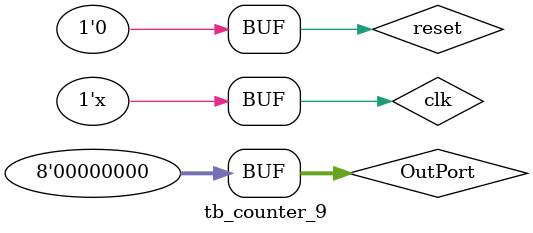
<source format=sv>
`timescale 1ns / 1ps

module tb_counter_9();

    logic clk, reset;
    logic [7:0] OutPort;

    counter_9 dut( 
    .clk(clk),
    .reset(reset),
    .OutPort(OutPort)
    );

    always #5 clk = ~clk;

    initial begin
        clk = 0;
        reset = 1;
        OutPort = 0;
        
        #10
        reset = 0;

    end
endmodule

</source>
